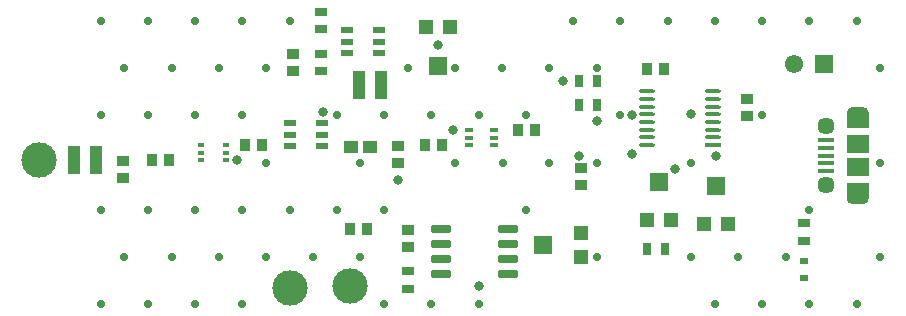
<source format=gbr>
G04*
G04 #@! TF.GenerationSoftware,Altium Limited,Altium Designer,24.6.1 (21)*
G04*
G04 Layer_Color=8388736*
%FSLAX25Y25*%
%MOIN*%
G70*
G04*
G04 #@! TF.SameCoordinates,070BA572-D09E-44C5-9521-77B36399D436*
G04*
G04*
G04 #@! TF.FilePolarity,Negative*
G04*
G01*
G75*
%ADD11C,0.01968*%
%ADD18R,0.04724X0.04724*%
%ADD19R,0.06299X0.05906*%
%ADD20R,0.04724X0.04724*%
%ADD21R,0.05906X0.06299*%
%ADD22R,0.03937X0.03150*%
%ADD23R,0.03150X0.02362*%
%ADD24R,0.05336X0.01342*%
G04:AMPARAMS|DCode=25|XSize=53.36mil|YSize=13.42mil|CornerRadius=6.71mil|HoleSize=0mil|Usage=FLASHONLY|Rotation=180.000|XOffset=0mil|YOffset=0mil|HoleType=Round|Shape=RoundedRectangle|*
%AMROUNDEDRECTD25*
21,1,0.05336,0.00000,0,0,180.0*
21,1,0.03995,0.01342,0,0,180.0*
1,1,0.01342,-0.01997,0.00000*
1,1,0.01342,0.01997,0.00000*
1,1,0.01342,0.01997,0.00000*
1,1,0.01342,-0.01997,0.00000*
%
%ADD25ROUNDEDRECTD25*%
%ADD26R,0.03740X0.04134*%
%ADD27R,0.05315X0.01575*%
%ADD28R,0.07480X0.05906*%
%ADD29R,0.03150X0.03937*%
%ADD30R,0.04134X0.03740*%
%ADD31R,0.04134X0.09449*%
%ADD32R,0.03850X0.02200*%
%ADD33R,0.02362X0.01575*%
%ADD34R,0.04748X0.04166*%
%ADD35R,0.03100X0.01400*%
G04:AMPARAMS|DCode=36|XSize=25.59mil|YSize=64.96mil|CornerRadius=1.92mil|HoleSize=0mil|Usage=FLASHONLY|Rotation=270.000|XOffset=0mil|YOffset=0mil|HoleType=Round|Shape=RoundedRectangle|*
%AMROUNDEDRECTD36*
21,1,0.02559,0.06112,0,0,270.0*
21,1,0.02175,0.06496,0,0,270.0*
1,1,0.00384,-0.03056,-0.01088*
1,1,0.00384,-0.03056,0.01088*
1,1,0.00384,0.03056,0.01088*
1,1,0.00384,0.03056,-0.01088*
%
%ADD36ROUNDEDRECTD36*%
%ADD37C,0.05709*%
%ADD38C,0.06102*%
%ADD39R,0.06102X0.06102*%
%ADD40C,0.03150*%
%ADD41C,0.02800*%
%ADD42C,0.11811*%
G36*
X665555Y381827D02*
X658075D01*
Y386945D01*
X665555D01*
Y381827D01*
D02*
G37*
G36*
X663587Y379858D02*
X660043Y379858D01*
Y381827D01*
X663587D01*
Y379858D01*
D02*
G37*
G36*
X663587Y410173D02*
X660043D01*
Y412142D01*
X663587Y412142D01*
Y410173D01*
D02*
G37*
G36*
X665555Y405055D02*
X658075D01*
Y410173D01*
X665555D01*
Y405055D01*
D02*
G37*
D11*
X664571Y381827D02*
G03*
X664571Y381827I-984J0D01*
G01*
X661028D02*
G03*
X661028Y381827I-984J0D01*
G01*
X664571Y410173D02*
G03*
X664571Y410173I-984J0D01*
G01*
X661027D02*
G03*
X661027Y410173I-984J0D01*
G01*
D18*
X591563Y374413D02*
D03*
X599437D02*
D03*
X610563Y373205D02*
D03*
X618437D02*
D03*
X525937Y438795D02*
D03*
X518063D02*
D03*
D19*
X595500Y387209D02*
D03*
X614500Y386000D02*
D03*
X522000Y426000D02*
D03*
D20*
X569539Y362175D02*
D03*
Y370049D02*
D03*
D21*
X556744Y366112D02*
D03*
D22*
X644000Y373453D02*
D03*
Y367547D02*
D03*
X512000Y351547D02*
D03*
Y357453D02*
D03*
X483000Y430000D02*
D03*
X483000Y424094D02*
D03*
Y444000D02*
D03*
X483000Y438095D02*
D03*
D23*
X644000Y355146D02*
D03*
Y360854D02*
D03*
D24*
X613427Y399543D02*
D03*
D25*
X613427Y402102D02*
D03*
X613427Y404661D02*
D03*
X613427Y407221D02*
D03*
X613427Y409780D02*
D03*
X613427Y412339D02*
D03*
X613427Y414898D02*
D03*
X613427Y417457D02*
D03*
X591573D02*
D03*
X591573Y414898D02*
D03*
X591573Y412339D02*
D03*
X591573Y409780D02*
D03*
Y407221D02*
D03*
X591573Y404661D02*
D03*
X591573Y402102D02*
D03*
X591573Y399543D02*
D03*
D26*
X463354Y399500D02*
D03*
X457646D02*
D03*
X591646Y425000D02*
D03*
X597354D02*
D03*
X432354Y394500D02*
D03*
X426646D02*
D03*
X523354Y399500D02*
D03*
X517646D02*
D03*
X554354Y404500D02*
D03*
X548646D02*
D03*
X498354Y371500D02*
D03*
X492646D02*
D03*
D27*
X651185Y390882D02*
D03*
Y393441D02*
D03*
Y396000D02*
D03*
Y398559D02*
D03*
Y401118D02*
D03*
D28*
X661815Y392063D02*
D03*
Y399937D02*
D03*
D29*
X597453Y365000D02*
D03*
X591547D02*
D03*
X569047Y413000D02*
D03*
X574953D02*
D03*
X569000Y421000D02*
D03*
X574905D02*
D03*
D30*
X512000Y371354D02*
D03*
Y365646D02*
D03*
X625000Y409146D02*
D03*
Y414854D02*
D03*
X473500Y424291D02*
D03*
X473500Y430000D02*
D03*
X417000Y388646D02*
D03*
Y394354D02*
D03*
X508500Y393646D02*
D03*
Y399354D02*
D03*
X569500Y391854D02*
D03*
Y386146D02*
D03*
D31*
X495717Y419500D02*
D03*
X503000Y419500D02*
D03*
X408000Y394500D02*
D03*
X400716D02*
D03*
D32*
X491625Y430260D02*
D03*
Y434000D02*
D03*
Y437740D02*
D03*
X502375D02*
D03*
X502375Y434000D02*
D03*
Y430260D02*
D03*
X472625Y406740D02*
D03*
Y403000D02*
D03*
Y399260D02*
D03*
X483375D02*
D03*
Y403000D02*
D03*
Y406740D02*
D03*
D33*
X442866Y394441D02*
D03*
Y397000D02*
D03*
Y399559D02*
D03*
X451134D02*
D03*
Y397000D02*
D03*
Y394441D02*
D03*
D34*
X499252Y399000D02*
D03*
X492748D02*
D03*
D35*
X540700Y399441D02*
D03*
Y402000D02*
D03*
Y404559D02*
D03*
X532300D02*
D03*
Y402000D02*
D03*
Y399441D02*
D03*
D36*
X522878Y371500D02*
D03*
Y366500D02*
D03*
Y361500D02*
D03*
Y356500D02*
D03*
X545122Y371500D02*
D03*
Y366500D02*
D03*
Y361500D02*
D03*
Y356500D02*
D03*
D37*
X651185Y405842D02*
D03*
Y386157D02*
D03*
D38*
X640500Y426500D02*
D03*
D39*
X650500D02*
D03*
D40*
X569000Y396000D02*
D03*
X522000Y433000D02*
D03*
X535500Y352500D02*
D03*
X600987Y391500D02*
D03*
X606280Y409780D02*
D03*
X614500Y396000D02*
D03*
X508500Y388000D02*
D03*
X483500Y410500D02*
D03*
X454941Y394441D02*
D03*
X586500Y409500D02*
D03*
Y396500D02*
D03*
X575000Y407500D02*
D03*
X563500Y421000D02*
D03*
X527059Y404559D02*
D03*
D41*
X645669Y377953D02*
D03*
X543672Y393701D02*
D03*
X661417Y440945D02*
D03*
X669291Y425197D02*
D03*
Y393701D02*
D03*
Y362205D02*
D03*
X661417Y346457D02*
D03*
X645669Y440945D02*
D03*
Y346457D02*
D03*
X629921Y440945D02*
D03*
Y409449D02*
D03*
X637795Y362205D02*
D03*
X629921Y346457D02*
D03*
X614173Y440945D02*
D03*
X622047Y362205D02*
D03*
X614173Y346457D02*
D03*
X598425Y440945D02*
D03*
X606299Y393701D02*
D03*
Y362205D02*
D03*
X582677Y440945D02*
D03*
Y409449D02*
D03*
X566929Y440945D02*
D03*
X574803Y425197D02*
D03*
Y393701D02*
D03*
Y362205D02*
D03*
X559055Y425197D02*
D03*
X551181Y409449D02*
D03*
X559055Y393701D02*
D03*
X551181Y377953D02*
D03*
X543307Y425197D02*
D03*
X535433Y409449D02*
D03*
Y346457D02*
D03*
X527559Y425197D02*
D03*
X519685Y409449D02*
D03*
X527559Y393701D02*
D03*
X519685Y346457D02*
D03*
X511811Y425197D02*
D03*
X503937Y409449D02*
D03*
Y377953D02*
D03*
Y346457D02*
D03*
X488189Y409449D02*
D03*
X496063Y393701D02*
D03*
X488189Y377953D02*
D03*
X496063Y362205D02*
D03*
X472441Y440945D02*
D03*
Y377953D02*
D03*
X480315Y362205D02*
D03*
X456693Y440945D02*
D03*
X464567Y425197D02*
D03*
X456693Y409449D02*
D03*
X464567Y393701D02*
D03*
X456693Y377953D02*
D03*
X464567Y362205D02*
D03*
X456693Y346457D02*
D03*
X440945Y440945D02*
D03*
X448819Y425197D02*
D03*
X440945Y409449D02*
D03*
Y377953D02*
D03*
X448819Y362205D02*
D03*
X440945Y346457D02*
D03*
X425197Y440945D02*
D03*
X433071Y425197D02*
D03*
X425197Y409449D02*
D03*
Y377953D02*
D03*
X433071Y362205D02*
D03*
X425197Y346457D02*
D03*
X409449Y440945D02*
D03*
X417323Y425197D02*
D03*
X409449Y409449D02*
D03*
Y377953D02*
D03*
X417323Y362205D02*
D03*
X409449Y346457D02*
D03*
D42*
X472500Y352000D02*
D03*
X492500Y352500D02*
D03*
X389000Y394500D02*
D03*
M02*

</source>
